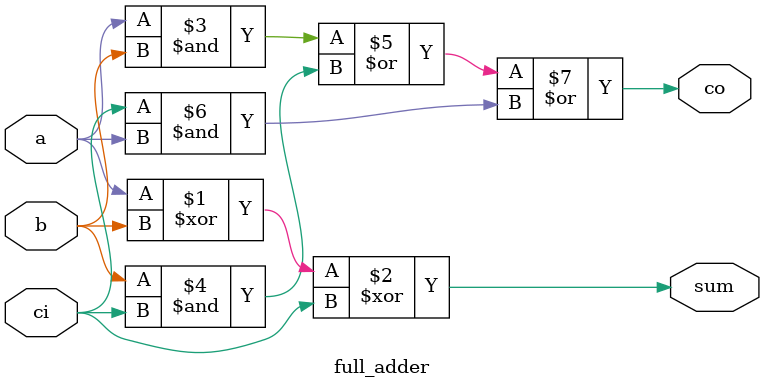
<source format=v>
module full_adder(a,b,ci,sum,co);
input a,b,ci;
output sum,co;
assign sum = a^b^ci;
assign co= a&b|b&ci|ci&a;
endmodule
</source>
